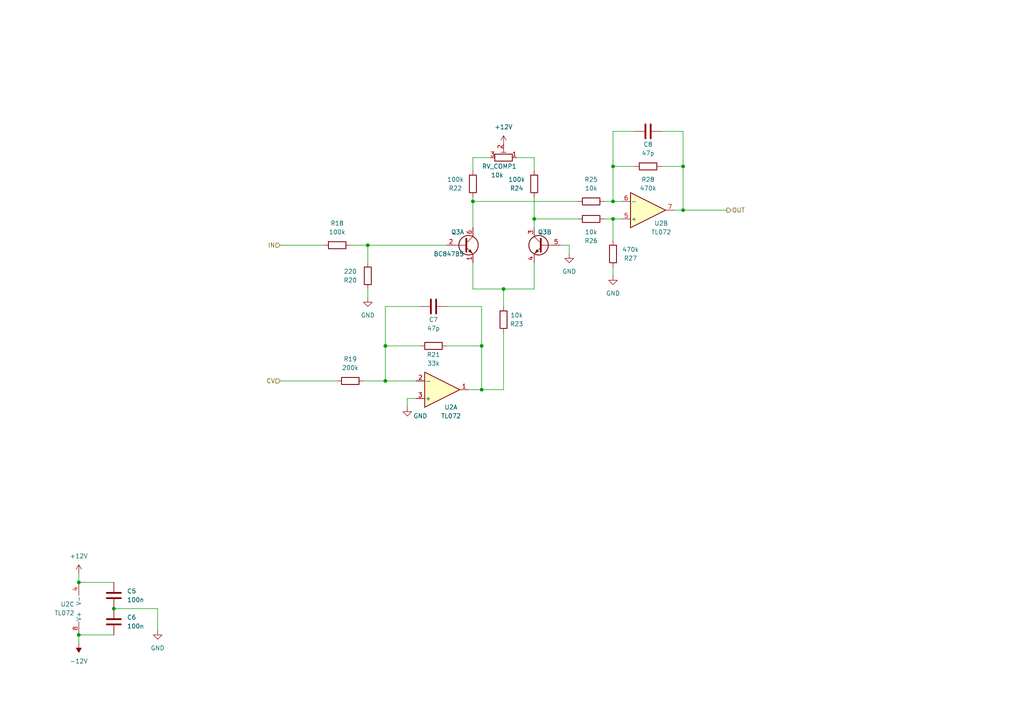
<source format=kicad_sch>
(kicad_sch (version 20250114) (generator "eeschema") (generator_version "9.0")
  (paper "A4")
  (lib_symbols
    (symbol "Amplifier_Operational:TL072" (pin_names (offset 0.127))
      (property "Reference" "U" (at 0 5.08 0))
      (property "Value" "TL072" (at 0 -5.08 0))
      (symbol "TL072_1_1"
        (polyline (pts (xy -5.08 5.08) (xy 5.08 0) (xy -5.08 -5.08) (xy -5.08 5.08)) (stroke (width 0.254)) (fill (type background)))
        (pin input line (at -7.62 2.54 0) (length 2.54) (name "+") (number "3"))
        (pin input line (at -7.62 -2.54 0) (length 2.54) (name "-") (number "2"))
        (pin output line (at 7.62 0 180) (length 2.54) (name "~") (number "1"))
      )
      (symbol "TL072_2_1"
        (polyline (pts (xy -5.08 5.08) (xy 5.08 0) (xy -5.08 -5.08) (xy -5.08 5.08)) (stroke (width 0.254)) (fill (type background)))
        (pin input line (at -7.62 2.54 0) (length 2.54) (name "+") (number "5"))
        (pin input line (at -7.62 -2.54 0) (length 2.54) (name "-") (number "6"))
        (pin output line (at 7.62 0 180) (length 2.54) (name "~") (number "7"))
      )
      (symbol "TL072_3_1"
        (pin power_in line (at -2.54 7.62 270) (length 3.81) (name "V+") (number "8"))
        (pin power_in line (at -2.54 -7.62 90) (length 3.81) (name "V-") (number "4"))
      )
    )
    (symbol "Device:C" (pin_numbers (hide yes)) (pin_names (offset 0.254))
      (property "Reference" "C" (at 0.635 2.54 0))
      (property "Value" "C" (at 0.635 -2.54 0))
      (symbol "C_0_1"
        (polyline (pts (xy -2.032 0.762) (xy 2.032 0.762)) (stroke (width 0.508)))
        (polyline (pts (xy -2.032 -0.762) (xy 2.032 -0.762)) (stroke (width 0.508)))
      )
      (symbol "C_1_1"
        (pin passive line (at 0 3.81 270) (length 2.794) (name "~") (number "1"))
        (pin passive line (at 0 -3.81 90) (length 2.794) (name "~") (number "2"))
      )
    )
    (symbol "Device:R" (pin_numbers (hide yes)) (pin_names (offset 0))
      (property "Reference" "R" (at 2.032 0 90))
      (property "Value" "R" (at 0 0 90))
      (symbol "R_0_1"
        (rectangle (start -1.016 -2.54) (end 1.016 2.54) (stroke (width 0.254)))
      )
      (symbol "R_1_1"
        (pin passive line (at 0 3.81 270) (length 1.27) (name "~") (number "1"))
        (pin passive line (at 0 -3.81 90) (length 1.27) (name "~") (number "2"))
      )
    )
    (symbol "Device:R_Potentiometer_Trim" (pin_names (offset 1.016) (hide yes))
      (property "Reference" "RV" (at -4.445 0 90))
      (property "Value" "R_Potentiometer_Trim" (at -2.54 0 90))
      (symbol "R_Potentiometer_Trim_0_1"
        (rectangle (start 1.016 2.54) (end -1.016 -2.54) (stroke (width 0.254)))
        (polyline (pts (xy 1.524 0.762) (xy 1.524 -0.762)))
        (polyline (pts (xy 2.54 0) (xy 1.524 0)))
      )
      (symbol "R_Potentiometer_Trim_1_1"
        (pin passive line (at 0 3.81 270) (length 1.27) (name "1") (number "1"))
        (pin passive line (at 0 -3.81 90) (length 1.27) (name "3") (number "3"))
        (pin passive line (at 3.81 0 180) (length 1.27) (name "2") (number "2"))
      )
    )
    (symbol "Transistor_BJT:BC847BS" (pin_names (offset 0) (hide yes))
      (property "Reference" "Q" (at 5.08 1.27 0))
      (property "Value" "BC847BS" (at 5.08 -1.27 0))
      (symbol "BC847BS_0_1"
        (polyline (pts (xy 0.635 1.905) (xy 0.635 -1.905)) (stroke (width 0.508)))
        (polyline (pts (xy 0.635 0.635) (xy 2.54 2.54)))
        (polyline (pts (xy 0.635 0) (xy -2.54 0)))
        (polyline (pts (xy 0.635 -0.635) (xy 2.54 -2.54)))
        (circle (center 1.27 0) (radius 2.8194) (stroke (width 0.254)))
        (polyline (pts (xy 1.27 -1.778) (xy 1.778 -1.27) (xy 2.286 -2.286) (xy 1.27 -1.778)) (fill (type outline)))
      )
      (symbol "BC847BS_1_1"
        (pin input line (at -5.08 0 0) (length 2.54) (name "B1") (number "2"))
        (pin passive line (at 2.54 5.08 270) (length 2.54) (name "C1") (number "6"))
        (pin passive line (at 2.54 -5.08 90) (length 2.54) (name "E1") (number "1"))
      )
      (symbol "BC847BS_2_1"
        (pin input line (at -5.08 0 0) (length 2.54) (name "B2") (number "5"))
        (pin passive line (at 2.54 5.08 270) (length 2.54) (name "C2") (number "3"))
        (pin passive line (at 2.54 -5.08 90) (length 2.54) (name "E2") (number "4"))
      )
    )
    (symbol "power:+12V" (power) (pin_numbers (hide yes)) (pin_names (offset 0) (hide yes))
      (property "Value" "+12V" (at 0 3.556 0))
      (symbol "+12V_0_1"
        (polyline (pts (xy -0.762 1.27) (xy 0 2.54)))
        (polyline (pts (xy 0 2.54) (xy 0.762 1.27)))
        (polyline (pts (xy 0 0) (xy 0 2.54)))
      )
      (symbol "+12V_1_1"
        (pin power_in line (at 0 0 90) (length 0) (name "~") (number "1"))
      )
    )
    (symbol "power:-12V" (power) (pin_numbers (hide yes)) (pin_names (offset 0) (hide yes))
      (property "Value" "-12V" (at 0 3.556 0))
      (symbol "-12V_0_0"
        (pin power_in line (at 0 0 90) (length 0) (name "~") (number "1"))
      )
      (symbol "-12V_0_1"
        (polyline (pts (xy 0 0) (xy 0 1.27) (xy 0.762 1.27) (xy 0 2.54) (xy -0.762 1.27) (xy 0 1.27)) (fill (type outline)))
      )
    )
    (symbol "power:GND" (power) (pin_numbers (hide yes)) (pin_names (offset 0) (hide yes))
      (property "Value" "GND" (at 0 -3.81 0))
      (symbol "GND_0_1"
        (polyline (pts (xy 0 0) (xy 0 -1.27) (xy 1.27 -1.27) (xy 0 -2.54) (xy -1.27 -1.27) (xy 0 -1.27)))
      )
      (symbol "GND_1_1"
        (pin power_in line (at 0 0 270) (length 0) (name "~") (number "1"))
      )
    )
  )
  (junction (at 111.76 100.33))
  (junction (at 139.7 100.33))
  (junction (at 139.7 113.03))
  (junction (at 177.8 58.42))
  (junction (at 33.02 176.53))
  (junction (at 177.8 48.26))
  (junction (at 22.86 168.91))
  (junction (at 106.68 71.12))
  (junction (at 154.94 63.5))
  (junction (at 22.86 184.15))
  (junction (at 146.05 83.82))
  (junction (at 111.76 110.49))
  (junction (at 198.12 60.96))
  (junction (at 177.8 63.5))
  (junction (at 137.16 58.42))
  (junction (at 198.12 48.26))
  (wire (pts (xy 177.8 38.1) (xy 177.8 48.26)))
  (wire (pts (xy 81.28 71.12) (xy 93.98 71.12)))
  (wire (pts (xy 165.1 71.12) (xy 165.1 73.66)))
  (wire (pts (xy 177.8 63.5) (xy 180.34 63.5)))
  (wire (pts (xy 81.28 110.49) (xy 97.79 110.49)))
  (wire (pts (xy 22.86 186.69) (xy 22.86 184.15)))
  (wire (pts (xy 22.86 168.91) (xy 33.02 168.91)))
  (wire (pts (xy 195.58 60.96) (xy 198.12 60.96)))
  (wire (pts (xy 106.68 71.12) (xy 129.54 71.12)))
  (wire (pts (xy 139.7 113.03) (xy 135.89 113.03)))
  (wire (pts (xy 154.94 57.15) (xy 154.94 63.5)))
  (wire (pts (xy 162.56 71.12) (xy 165.1 71.12)))
  (wire (pts (xy 137.16 76.2) (xy 137.16 83.82)))
  (wire (pts (xy 177.8 63.5) (xy 177.8 69.85)))
  (wire (pts (xy 137.16 58.42) (xy 167.64 58.42)))
  (wire (pts (xy 137.16 49.53) (xy 137.16 45.72)))
  (wire (pts (xy 139.7 100.33) (xy 139.7 113.03)))
  (wire (pts (xy 198.12 38.1) (xy 198.12 48.26)))
  (wire (pts (xy 22.86 166.37) (xy 22.86 168.91)))
  (wire (pts (xy 154.94 83.82) (xy 154.94 76.2)))
  (wire (pts (xy 191.77 38.1) (xy 198.12 38.1)))
  (wire (pts (xy 111.76 100.33) (xy 121.92 100.33)))
  (wire (pts (xy 101.6 71.12) (xy 106.68 71.12)))
  (wire (pts (xy 175.26 58.42) (xy 177.8 58.42)))
  (wire (pts (xy 177.8 58.42) (xy 180.34 58.42)))
  (wire (pts (xy 191.77 48.26) (xy 198.12 48.26)))
  (wire (pts (xy 129.54 100.33) (xy 139.7 100.33)))
  (wire (pts (xy 105.41 110.49) (xy 111.76 110.49)))
  (wire (pts (xy 137.16 58.42) (xy 137.16 66.04)))
  (wire (pts (xy 111.76 88.9) (xy 111.76 100.33)))
  (wire (pts (xy 22.86 184.15) (xy 33.02 184.15)))
  (wire (pts (xy 154.94 45.72) (xy 154.94 49.53)))
  (wire (pts (xy 111.76 110.49) (xy 120.65 110.49)))
  (wire (pts (xy 184.15 38.1) (xy 177.8 38.1)))
  (wire (pts (xy 137.16 57.15) (xy 137.16 58.42)))
  (wire (pts (xy 118.11 118.11) (xy 118.11 115.57)))
  (wire (pts (xy 184.15 48.26) (xy 177.8 48.26)))
  (wire (pts (xy 45.72 176.53) (xy 33.02 176.53)))
  (wire (pts (xy 118.11 115.57) (xy 120.65 115.57)))
  (wire (pts (xy 177.8 80.01) (xy 177.8 77.47)))
  (wire (pts (xy 154.94 63.5) (xy 167.64 63.5)))
  (wire (pts (xy 129.54 88.9) (xy 139.7 88.9)))
  (wire (pts (xy 198.12 48.26) (xy 198.12 60.96)))
  (wire (pts (xy 146.05 88.9) (xy 146.05 83.82)))
  (wire (pts (xy 111.76 110.49) (xy 111.76 100.33)))
  (wire (pts (xy 139.7 88.9) (xy 139.7 100.33)))
  (wire (pts (xy 175.26 63.5) (xy 177.8 63.5)))
  (wire (pts (xy 198.12 60.96) (xy 210.82 60.96)))
  (wire (pts (xy 137.16 83.82) (xy 146.05 83.82)))
  (wire (pts (xy 146.05 113.03) (xy 139.7 113.03)))
  (wire (pts (xy 121.92 88.9) (xy 111.76 88.9)))
  (wire (pts (xy 146.05 83.82) (xy 154.94 83.82)))
  (wire (pts (xy 177.8 48.26) (xy 177.8 58.42)))
  (wire (pts (xy 106.68 86.36) (xy 106.68 83.82)))
  (wire (pts (xy 154.94 63.5) (xy 154.94 66.04)))
  (wire (pts (xy 146.05 96.52) (xy 146.05 113.03)))
  (wire (pts (xy 106.68 71.12) (xy 106.68 76.2)))
  (wire (pts (xy 137.16 45.72) (xy 142.24 45.72)))
  (wire (pts (xy 45.72 182.88) (xy 45.72 176.53)))
  (wire (pts (xy 149.86 45.72) (xy 154.94 45.72)))
  (hierarchical_label "OUT" (shape output) (at 210.82 60.96 0))
  (hierarchical_label "IN" (shape input) (at 81.28 71.12 180))
  (hierarchical_label "CV" (shape input) (at 81.28 110.49 180))
  (symbol (lib_id "power:+12V") (at 146.05 41.91 0) (unit 1)
    (property "Reference" "#PWR022" (effects (hide yes)))
    (property "Value" "+12V" (at 146.05 36.83 0))
    (property "Description" "Power symbol creates a global label with name \"+12V\"" (effects (hide yes)))
  )
  (symbol (lib_id "Transistor_BJT:BC847BS") (at 157.48 71.12 0) (mirror y) (unit 2)
    (property "Reference" "Q3" (at 160.02 67.31 0) (effects (justify left)))
    (property "Value" "BC847BS" (at 134.62 73.66 0) (effects (justify left)))
    (property "Footprint" "Package_TO_SOT_SMD:SOT-363_SC-70-6" (effects (hide yes)))
    (property "Datasheet" "https://assets.nexperia.com/documents/data-sheet/BC847BS.pdf" (effects (hide yes)))
    (property "Description" "100mA IC, 45V Vce, Dual NPN/NPN Transistors, SOT-363" (effects (hide yes)))
    (property "Vendor" "JLCPCB" (effects (hide yes)))
    (property "LCSC" "C5380687" (effects (hide yes)))
  )
  (symbol (lib_id "power:-12V") (at 22.86 186.69 180) (unit 1)
    (property "Reference" "#PWR018" (effects (hide yes)))
    (property "Value" "-12V" (at 22.86 191.77 0))
    (property "Description" "Power symbol creates a global label with name \"-12V\"" (effects (hide yes)))
  )
  (symbol (lib_id "Device:R") (at 146.05 92.71 180) (unit 1)
    (property "Reference" "R23" (at 149.86 93.98 0))
    (property "Value" "10k" (at 149.86 91.44 0))
    (property "Footprint" "Resistor_SMD:R_0603_1608Metric" (effects (hide yes)))
    (property "LCSC" "C25804" (effects (hide yes)))
    (property "Vendor" "JLCPCB" (effects (hide yes)))
  )
  (symbol (lib_id "Device:C") (at 33.02 180.34 0) (unit 1)
    (property "Reference" "C6" (at 36.83 179.07 0) (effects (justify left)))
    (property "Value" "100n" (at 36.83 181.61 0) (effects (justify left)))
    (property "Footprint" "Capacitor_SMD:C_0603_1608Metric" (effects (hide yes)))
    (property "LCSC" "C14663" (effects (hide yes)))
    (property "Vendor" "JLCPCB" (effects (hide yes)))
  )
  (symbol (lib_id "Device:C") (at 187.96 38.1 90) (unit 1)
    (property "Reference" "C8" (at 187.96 41.91 90))
    (property "Value" "47p" (at 187.96 44.45 90))
    (property "Footprint" "Capacitor_SMD:C_0603_1608Metric_Pad1.08x0.95mm_HandSolder" (effects (hide yes)))
    (property "Description" "Unpolarized capacitor" (effects (hide yes)))
    (property "Vendor" "JLCPCB" (effects (hide yes)))
    (property "LCSC" "C1671" (effects (hide yes)))
  )
  (symbol (lib_id "Device:R") (at 171.45 58.42 90) (unit 1)
    (property "Reference" "R25" (at 171.45 52.07 90))
    (property "Value" "10k" (at 171.45 54.61 90))
    (property "Footprint" "Resistor_SMD:R_0603_1608Metric" (effects (hide yes)))
    (property "LCSC" "C25804" (effects (hide yes)))
    (property "Vendor" "JLCPCB" (effects (hide yes)))
  )
  (symbol (lib_id "power:GND") (at 165.1 73.66 0) (unit 1)
    (property "Reference" "#PWR023" (effects (hide yes)))
    (property "Value" "GND" (at 165.1 78.74 0))
    (property "Description" "Power symbol creates a global label with name \"GND\" , ground" (effects (hide yes)))
  )
  (symbol (lib_id "Device:R") (at 137.16 53.34 180) (unit 1)
    (property "Reference" "R22" (at 132.08 54.61 0))
    (property "Value" "100k" (at 132.08 52.07 0))
    (property "Footprint" "Resistor_SMD:R_0603_1608Metric" (effects (hide yes)))
    (property "LCSC" "C25803" (effects (hide yes)))
    (property "Vendor" "JLCPCB" (effects (hide yes)))
  )
  (symbol (lib_id "power:+12V") (at 22.86 166.37 0) (unit 1)
    (property "Reference" "#PWR017" (effects (hide yes)))
    (property "Value" "+12V" (at 22.86 161.29 0))
    (property "Description" "Power symbol creates a global label with name \"+12V\"" (effects (hide yes)))
  )
  (symbol (lib_id "Device:R") (at 187.96 48.26 90) (unit 1)
    (property "Reference" "R28" (at 187.96 52.07 90))
    (property "Value" "470k" (at 187.96 54.61 90))
    (property "Footprint" "Resistor_SMD:R_0603_1608Metric" (effects (hide yes)))
    (property "LCSC" "C23178" (effects (hide yes)))
    (property "Vendor" "JLCPCB" (effects (hide yes)))
  )
  (symbol (lib_id "Device:R") (at 177.8 73.66 0) (mirror x) (unit 1)
    (property "Reference" "R27" (at 182.88 74.93 0))
    (property "Value" "470k" (at 182.88 72.39 0))
    (property "Footprint" "Resistor_SMD:R_0603_1608Metric" (effects (hide yes)))
    (property "LCSC" "C23178" (effects (hide yes)))
    (property "Vendor" "JLCPCB" (effects (hide yes)))
  )
  (symbol (lib_id "Transistor_BJT:BC847BS") (at 134.62 71.12 0) (unit 1)
    (property "Reference" "Q3" (at 130.81 67.31 0) (effects (justify left)))
    (property "Value" "BC847BS" (effects (hide yes)))
    (property "Footprint" "Package_TO_SOT_SMD:SOT-363_SC-70-6" (effects (hide yes)))
    (property "Datasheet" "https://assets.nexperia.com/documents/data-sheet/BC847BS.pdf" (effects (hide yes)))
    (property "Description" "100mA IC, 45V Vce, Dual NPN/NPN Transistors, SOT-363" (effects (hide yes)))
    (property "Vendor" "JLCPCB" (effects (hide yes)))
    (property "LCSC" "C5380687" (effects (hide yes)))
  )
  (symbol (lib_id "Device:R") (at 154.94 53.34 180) (unit 1)
    (property "Reference" "R24" (at 149.86 54.61 0))
    (property "Value" "100k" (at 149.86 52.07 0))
    (property "Footprint" "Resistor_SMD:R_0603_1608Metric" (effects (hide yes)))
    (property "LCSC" "C25803" (effects (hide yes)))
    (property "Vendor" "JLCPCB" (effects (hide yes)))
  )
  (symbol (lib_id "power:GND") (at 45.72 182.88 0) (unit 1)
    (property "Reference" "#PWR019" (effects (hide yes)))
    (property "Value" "GND" (at 45.72 187.96 0))
    (property "Description" "Power symbol creates a global label with name \"GND\" , ground" (effects (hide yes)))
  )
  (symbol (lib_id "Device:R") (at 106.68 80.01 180) (unit 1)
    (property "Reference" "R20" (at 101.6 81.28 0))
    (property "Value" "220" (at 101.6 78.74 0))
    (property "Footprint" "Resistor_SMD:R_0603_1608Metric" (effects (hide yes)))
    (property "LCSC" "C22962" (effects (hide yes)))
    (property "Vendor" "JLCPCB" (effects (hide yes)))
  )
  (symbol (lib_id "Amplifier_Operational:TL072") (at 128.27 113.03 0) (mirror x) (unit 1)
    (property "Reference" "U2" (at 130.81 118.11 0))
    (property "Value" "TL072" (at 130.81 120.65 0))
    (property "Footprint" "Package_SO:SOIC-8_3.9x4.9mm_P1.27mm" (effects (hide yes)))
    (property "Datasheet" "http://www.ti.com/lit/ds/symlink/tl071.pdf" (effects (hide yes)))
    (property "Description" "Dual Low-Noise JFET-Input Operational Amplifiers, DIP-8/SOIC-8" (effects (hide yes)))
    (property "Vendor" "JLCPCB" (effects (hide yes)))
    (property "LCSC" "C6961" (effects (hide yes)))
  )
  (symbol (lib_id "Amplifier_Operational:TL072") (at 187.96 60.96 0) (mirror x) (unit 2)
    (property "Reference" "U2" (at 191.77 64.77 0))
    (property "Value" "TL072" (at 191.77 67.31 0))
    (property "Footprint" "Package_SO:SOIC-8_3.9x4.9mm_P1.27mm" (effects (hide yes)))
    (property "Datasheet" "http://www.ti.com/lit/ds/symlink/tl071.pdf" (effects (hide yes)))
    (property "Description" "Dual Low-Noise JFET-Input Operational Amplifiers, DIP-8/SOIC-8" (effects (hide yes)))
    (property "Vendor" "JLCPCB" (effects (hide yes)))
    (property "LCSC" "C6961" (effects (hide yes)))
  )
  (symbol (lib_id "Device:R_Potentiometer_Trim") (at 146.05 45.72 270) (mirror x) (unit 1)
    (property "Reference" "RV_COMP1" (at 149.86 48.26 90) (effects (justify right)))
    (property "Value" "10k" (at 146.05 50.8 90) (effects (justify right)))
    (property "Footprint" "Potentiometer_THT:Potentiometer_ACP_CA6-H2,5_Horizontal" (effects (hide yes)))
    (property "Description" "Trim-potentiometer" (effects (hide yes)))
    (property "Vendor" "Mouser" (effects (hide yes)))
  )
  (symbol (lib_id "power:GND") (at 177.8 80.01 0) (unit 1)
    (property "Reference" "#PWR024" (effects (hide yes)))
    (property "Value" "GND" (at 177.8 85.09 0))
    (property "Description" "Power symbol creates a global label with name \"GND\" , ground" (effects (hide yes)))
  )
  (symbol (lib_id "Device:R") (at 97.79 71.12 90) (unit 1)
    (property "Reference" "R18" (at 97.79 64.77 90))
    (property "Value" "100k" (at 97.79 67.31 90))
    (property "Footprint" "Resistor_SMD:R_0603_1608Metric" (effects (hide yes)))
    (property "LCSC" "C25803" (effects (hide yes)))
    (property "Vendor" "JLCPCB" (effects (hide yes)))
  )
  (symbol (lib_id "power:GND") (at 118.11 118.11 0) (unit 1)
    (property "Reference" "#PWR021" (effects (hide yes)))
    (property "Value" "GND" (at 121.92 120.65 0))
    (property "Description" "Power symbol creates a global label with name \"GND\" , ground" (effects (hide yes)))
  )
  (symbol (lib_id "Device:R") (at 171.45 63.5 90) (mirror x) (unit 1)
    (property "Reference" "R26" (at 171.45 69.85 90))
    (property "Value" "10k" (at 171.45 67.31 90))
    (property "Footprint" "Resistor_SMD:R_0603_1608Metric" (effects (hide yes)))
    (property "LCSC" "C25804" (effects (hide yes)))
    (property "Vendor" "JLCPCB" (effects (hide yes)))
  )
  (symbol (lib_id "Device:C") (at 125.73 88.9 90) (unit 1)
    (property "Reference" "C7" (at 125.73 92.71 90))
    (property "Value" "47p" (at 125.73 95.25 90))
    (property "Footprint" "Capacitor_SMD:C_0603_1608Metric_Pad1.08x0.95mm_HandSolder" (effects (hide yes)))
    (property "Description" "Unpolarized capacitor" (effects (hide yes)))
    (property "Vendor" "JLCPCB" (effects (hide yes)))
    (property "LCSC" "C1671" (effects (hide yes)))
  )
  (symbol (lib_id "Device:R") (at 101.6 110.49 90) (unit 1)
    (property "Reference" "R19" (at 101.6 104.14 90))
    (property "Value" "200k" (at 101.6 106.68 90))
    (property "Footprint" "Resistor_SMD:R_0603_1608Metric" (effects (hide yes)))
    (property "LCSC" "C25811" (effects (hide yes)))
    (property "Vendor" "JLCPCB" (effects (hide yes)))
  )
  (symbol (lib_id "Device:C") (at 33.02 172.72 0) (unit 1)
    (property "Reference" "C5" (at 36.83 171.45 0) (effects (justify left)))
    (property "Value" "100n" (at 36.83 173.99 0) (effects (justify left)))
    (property "Footprint" "Capacitor_SMD:C_0603_1608Metric" (effects (hide yes)))
    (property "LCSC" "C14663" (effects (hide yes)))
    (property "Vendor" "JLCPCB" (effects (hide yes)))
  )
  (symbol (lib_id "power:GND") (at 106.68 86.36 0) (unit 1)
    (property "Reference" "#PWR020" (effects (hide yes)))
    (property "Value" "GND" (at 106.68 91.44 0))
    (property "Description" "Power symbol creates a global label with name \"GND\" , ground" (effects (hide yes)))
  )
  (symbol (lib_id "Device:R") (at 125.73 100.33 90) (unit 1)
    (property "Reference" "R21" (at 125.73 102.87 90))
    (property "Value" "33k" (at 125.73 105.41 90))
    (property "Footprint" "Resistor_SMD:R_0603_1608Metric" (effects (hide yes)))
    (property "LCSC" "C4216" (effects (hide yes)))
    (property "Vendor" "JLCPCB" (effects (hide yes)))
  )
  (symbol (lib_id "Amplifier_Operational:TL072") (at 25.4 176.53 0) (mirror x) (unit 3)
    (property "Reference" "U2" (at 21.59 175.2599 0) (effects (justify right)))
    (property "Value" "TL072" (at 21.59 177.7999 0) (effects (justify right)))
    (property "Footprint" "Package_SO:SOIC-8_3.9x4.9mm_P1.27mm" (effects (hide yes)))
    (property "Datasheet" "http://www.ti.com/lit/ds/symlink/tl071.pdf" (effects (hide yes)))
    (property "Description" "Dual Low-Noise JFET-Input Operational Amplifiers, DIP-8/SOIC-8" (effects (hide yes)))
    (property "Vendor" "JLCPCB" (effects (hide yes)))
    (property "LCSC" "C6961" (effects (hide yes)))
  )
)
</source>
